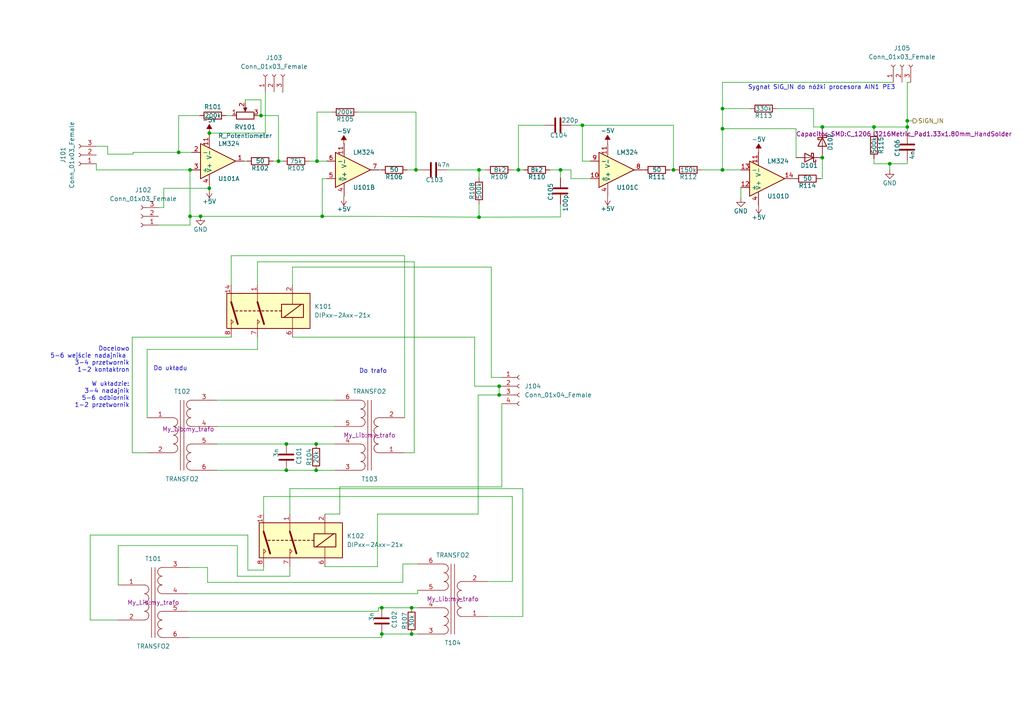
<source format=kicad_sch>
(kicad_sch (version 20211123) (generator eeschema)
  (paper "A4")
  (lib_symbols
    (symbol "Connector:Conn_01x03_Female" (pin_names (offset 1.016) hide)
      (property "Reference" "J" (at 0 5.08 0))
      (property "Value" "Conn_01x03_Female" (at 0 -5.08 0))
      (symbol "Conn_01x03_Female_1_1"
        (arc (start 0 -2.032) (mid -0.508 -2.54) (end 0 -3.048) (stroke (width 0.1524)))
        (polyline (pts (xy -1.27 -2.54) (xy -0.508 -2.54)) (stroke (width 0.1524)))
        (polyline (pts (xy -1.27 0) (xy -0.508 0)) (stroke (width 0.1524)))
        (polyline (pts (xy -1.27 2.54) (xy -0.508 2.54)) (stroke (width 0.1524)))
        (arc (start 0 0.508) (mid -0.508 0) (end 0 -0.508) (stroke (width 0.1524)))
        (arc (start 0 3.048) (mid -0.508 2.54) (end 0 2.032) (stroke (width 0.1524)))
        (pin passive line (at -5.08 2.54 0) (length 3.81) (name "Pin_1") (number "1"))
        (pin passive line (at -5.08 0 0) (length 3.81) (name "Pin_2") (number "2"))
        (pin passive line (at -5.08 -2.54 0) (length 3.81) (name "Pin_3") (number "3"))
      )
    )
    (symbol "Connector:Conn_01x04_Female" (pin_names (offset 1.016) hide)
      (property "Reference" "J" (at 0 5.08 0))
      (property "Value" "Conn_01x04_Female" (at 0 -7.62 0))
      (symbol "Conn_01x04_Female_1_1"
        (arc (start 0 -4.572) (mid -0.508 -5.08) (end 0 -5.588) (stroke (width 0.1524)))
        (arc (start 0 -2.032) (mid -0.508 -2.54) (end 0 -3.048) (stroke (width 0.1524)))
        (polyline (pts (xy -1.27 -5.08) (xy -0.508 -5.08)) (stroke (width 0.1524)))
        (polyline (pts (xy -1.27 -2.54) (xy -0.508 -2.54)) (stroke (width 0.1524)))
        (polyline (pts (xy -1.27 0) (xy -0.508 0)) (stroke (width 0.1524)))
        (polyline (pts (xy -1.27 2.54) (xy -0.508 2.54)) (stroke (width 0.1524)))
        (arc (start 0 0.508) (mid -0.508 0) (end 0 -0.508) (stroke (width 0.1524)))
        (arc (start 0 3.048) (mid -0.508 2.54) (end 0 2.032) (stroke (width 0.1524)))
        (pin passive line (at -5.08 2.54 0) (length 3.81) (name "Pin_1") (number "1"))
        (pin passive line (at -5.08 0 0) (length 3.81) (name "Pin_2") (number "2"))
        (pin passive line (at -5.08 -2.54 0) (length 3.81) (name "Pin_3") (number "3"))
        (pin passive line (at -5.08 -5.08 0) (length 3.81) (name "Pin_4") (number "4"))
      )
    )
    (symbol "Device:D_Schottky" (pin_numbers hide) (pin_names (offset 1.016) hide)
      (property "Reference" "D" (at 0 2.54 0))
      (property "Value" "D_Schottky" (at 0 -2.54 0))
      (symbol "D_Schottky_0_1"
        (polyline (pts (xy 1.27 0) (xy -1.27 0)))
        (polyline (pts (xy 1.27 1.27) (xy 1.27 -1.27) (xy -1.27 0) (xy 1.27 1.27)) (stroke (width 0.254)))
        (polyline (pts (xy -1.905 0.635) (xy -1.905 1.27) (xy -1.27 1.27) (xy -1.27 -1.27) (xy -0.635 -1.27) (xy -0.635 -0.635)) (stroke (width 0.254)))
      )
      (symbol "D_Schottky_1_1"
        (pin passive line (at -3.81 0 0) (length 2.54) (name "K") (number "1"))
        (pin passive line (at 3.81 0 180) (length 2.54) (name "A") (number "2"))
      )
    )
    (symbol "Device:R_Potentiometer" (pin_names (offset 1.016) hide)
      (property "Reference" "RV" (at -4.445 0 90))
      (property "Value" "R_Potentiometer" (at -2.54 0 90))
      (symbol "R_Potentiometer_0_1"
        (polyline (pts (xy 2.54 0) (xy 1.524 0)))
        (polyline (pts (xy 1.143 0) (xy 2.286 0.508) (xy 2.286 -0.508) (xy 1.143 0)) (fill (type outline)))
        (rectangle (start 1.016 2.54) (end -1.016 -2.54) (stroke (width 0.254)))
      )
      (symbol "R_Potentiometer_1_1"
        (pin passive line (at 0 3.81 270) (length 1.27) (name "1") (number "1"))
        (pin passive line (at 3.81 0 180) (length 1.27) (name "2") (number "2"))
        (pin passive line (at 0 -3.81 90) (length 1.27) (name "3") (number "3"))
      )
    )
    (symbol "Przep_ultra_calosc-rescue:+5V" (power) (pin_names (offset 0))
      (property "Value" "+5V" (at 0 3.556 0))
      (symbol "+5V_0_1"
        (polyline (pts (xy -0.762 1.27) (xy 0 2.54)))
        (polyline (pts (xy 0 0) (xy 0 2.54)))
        (polyline (pts (xy 0 2.54) (xy 0.762 1.27)))
      )
      (symbol "+5V_1_1"
        (pin power_in line (at 0 0 90) (length 0) hide (name "+5V") (number "1"))
      )
    )
    (symbol "Przep_ultra_calosc-rescue:-5V" (pin_names (offset 0))
      (property "Value" "-5V" (at 0 3.81 0))
      (symbol "-5V_0_0"
        (pin power_in line (at 0 0 90) (length 0) hide (name "-5V") (number "1"))
      )
      (symbol "-5V_0_1"
        (polyline (pts (xy 0 0) (xy 0 1.27) (xy 0.762 1.27) (xy 0 2.54) (xy -0.762 1.27) (xy 0 1.27)) (fill (type outline)))
      )
    )
    (symbol "Przep_ultra_calosc-rescue:C" (pin_numbers hide) (pin_names (offset 0.254))
      (property "Reference" "C" (at 0.635 2.54 0))
      (property "Value" "C" (at 0.635 -2.54 0))
      (symbol "C_0_1"
        (polyline (pts (xy -2.032 -0.762) (xy 2.032 -0.762)) (stroke (width 0.508)))
        (polyline (pts (xy -2.032 0.762) (xy 2.032 0.762)) (stroke (width 0.508)))
      )
      (symbol "C_1_1"
        (pin passive line (at 0 3.81 270) (length 2.794) (name "~") (number "1"))
        (pin passive line (at 0 -3.81 90) (length 2.794) (name "~") (number "2"))
      )
    )
    (symbol "Przep_ultra_calosc-rescue:GND" (power) (pin_names (offset 0))
      (property "Value" "GND" (at 0 -3.81 0))
      (symbol "GND_0_1"
        (polyline (pts (xy 0 0) (xy 0 -1.27) (xy 1.27 -1.27) (xy 0 -2.54) (xy -1.27 -1.27) (xy 0 -1.27)))
      )
      (symbol "GND_1_1"
        (pin power_in line (at 0 0 270) (length 0) hide (name "GND") (number "1"))
      )
    )
    (symbol "Przep_ultra_calosc-rescue:LM324"
      (property "Reference" "U" (at 0 5.08 0))
      (property "Value" "LM324" (at 0 -5.08 0))
      (symbol "LM324_0_1"
        (polyline (pts (xy -5.08 5.08) (xy 5.08 0) (xy -5.08 -5.08) (xy -5.08 5.08)) (stroke (width 0.254)) (fill (type background)))
        (pin power_in line (at -2.54 -7.62 90) (length 3.81) (name "V-") (number "11"))
        (pin power_in line (at -2.54 7.62 270) (length 3.81) (name "V+") (number "4"))
      )
      (symbol "LM324_1_1"
        (pin output line (at 7.62 0 180) (length 2.54) (name "~") (number "1"))
        (pin input line (at -7.62 -2.54 0) (length 2.54) (name "-") (number "2"))
        (pin input line (at -7.62 2.54 0) (length 2.54) (name "+") (number "3"))
      )
      (symbol "LM324_2_1"
        (pin input line (at -7.62 2.54 0) (length 2.54) (name "+") (number "5"))
        (pin input line (at -7.62 -2.54 0) (length 2.54) (name "-") (number "6"))
        (pin output line (at 7.62 0 180) (length 2.54) (name "~") (number "7"))
      )
      (symbol "LM324_3_1"
        (pin input line (at -7.62 2.54 0) (length 2.54) (name "+") (number "10"))
        (pin output line (at 7.62 0 180) (length 2.54) (name "~") (number "8"))
        (pin input line (at -7.62 -2.54 0) (length 2.54) (name "-") (number "9"))
      )
      (symbol "LM324_4_1"
        (pin input line (at -7.62 2.54 0) (length 2.54) (name "+") (number "12"))
        (pin input line (at -7.62 -2.54 0) (length 2.54) (name "-") (number "13"))
        (pin output line (at 7.62 0 180) (length 2.54) (name "~") (number "14"))
      )
    )
    (symbol "Przep_ultra_calosc-rescue:R" (pin_numbers hide) (pin_names (offset 0))
      (property "Reference" "R" (at 2.032 0 90))
      (property "Value" "R" (at 0 0 90))
      (symbol "R_0_1"
        (rectangle (start -1.016 -2.54) (end 1.016 2.54) (stroke (width 0.254)))
      )
      (symbol "R_1_1"
        (pin passive line (at 0 3.81 270) (length 1.27) (name "~") (number "1"))
        (pin passive line (at 0 -3.81 90) (length 1.27) (name "~") (number "2"))
      )
    )
    (symbol "Przep_ultra_calosc-rescue:TRANSFO2" (pin_names (offset 1.016) hide)
      (property "Reference" "T" (at 0 12.7 0))
      (property "Value" "TRANSFO2" (at 0 -12.7 0))
      (symbol "TRANSFO2_0_1"
        (arc (start -2.54 -5.0546) (mid -1.6561 -4.6863) (end -1.27 -3.81))
        (arc (start -2.54 -2.5146) (mid -1.6561 -2.1463) (end -1.27 -1.27))
        (arc (start -2.54 0.0254) (mid -1.6561 0.3937) (end -1.27 1.27))
        (arc (start -2.54 2.5654) (mid -1.6561 2.9337) (end -1.27 3.81))
        (arc (start -1.27 -3.81) (mid -1.642 -2.912) (end -2.54 -2.54))
        (arc (start -1.27 -1.27) (mid -1.642 -0.372) (end -2.54 0))
        (arc (start -1.27 1.27) (mid -1.642 2.168) (end -2.54 2.54))
        (arc (start -1.27 3.81) (mid -1.642 4.708) (end -2.54 5.08))
        (polyline (pts (xy -0.508 -10.16) (xy -0.508 10.16)))
        (polyline (pts (xy 0.508 10.16) (xy 0.508 -10.16)))
        (arc (start 1.2954 -8.89) (mid 1.6599 -9.7701) (end 2.54 -10.1346))
        (arc (start 1.2954 -6.35) (mid 1.6599 -7.2301) (end 2.54 -7.5946))
        (arc (start 1.2954 -3.81) (mid 1.6599 -4.6901) (end 2.54 -5.0546))
        (arc (start 1.2954 3.81) (mid 1.6599 2.9299) (end 2.54 2.5654))
        (arc (start 1.2954 6.35) (mid 1.6599 5.4699) (end 2.54 5.1054))
        (arc (start 1.2954 8.89) (mid 1.6599 8.0099) (end 2.54 7.6454))
        (arc (start 2.54 -7.62) (mid 1.6456 -7.9883) (end 1.2954 -8.89))
        (arc (start 2.54 -5.08) (mid 1.6456 -5.4483) (end 1.2954 -6.35))
        (arc (start 2.54 -2.54) (mid 1.6456 -2.9083) (end 1.2954 -3.81))
        (arc (start 2.54 5.08) (mid 1.6456 4.7117) (end 1.2954 3.81))
        (arc (start 2.54 7.62) (mid 1.6456 7.2517) (end 1.2954 6.35))
        (arc (start 2.54 10.16) (mid 1.6456 9.7917) (end 1.2954 8.89))
      )
      (symbol "TRANSFO2_1_1"
        (pin passive line (at -10.16 5.08 0) (length 7.62) (name "AA") (number "1"))
        (pin passive line (at -10.16 -5.08 0) (length 7.62) (name "AB") (number "2"))
        (pin passive line (at 10.16 10.16 180) (length 7.62) (name "SA") (number "3"))
        (pin passive line (at 10.16 2.54 180) (length 7.62) (name "SB") (number "4"))
        (pin passive line (at 10.16 -2.54 180) (length 7.62) (name "SC") (number "5"))
        (pin passive line (at 10.16 -10.16 180) (length 7.62) (name "SD") (number "6"))
      )
    )
    (symbol "Relay:DIPxx-2Axx-21x"
      (property "Reference" "K" (at 12.7 3.81 0))
      (property "Value" "DIPxx-2Axx-21x" (at 12.7 1.27 0))
      (symbol "DIPxx-2Axx-21x_0_0"
        (polyline (pts (xy 2.54 5.08) (xy 2.54 2.54) (xy 1.905 3.175) (xy 2.54 3.81)))
        (polyline (pts (xy 10.16 5.08) (xy 10.16 2.54) (xy 9.525 3.175) (xy 10.16 3.81)))
      )
      (symbol "DIPxx-2Axx-21x_0_1"
        (rectangle (start -12.7 5.08) (end 11.43 -5.08) (stroke (width 0.254)) (fill (type background)))
        (rectangle (start -10.795 1.905) (end -4.445 -1.905) (stroke (width 0.254)))
        (polyline (pts (xy -10.16 -1.905) (xy -5.08 1.905)) (stroke (width 0.254)))
        (polyline (pts (xy -7.62 -5.08) (xy -7.62 -1.905)))
        (polyline (pts (xy -7.62 5.08) (xy -7.62 1.905)))
        (polyline (pts (xy -4.445 0) (xy -3.81 0)) (stroke (width 0.254)))
        (polyline (pts (xy -3.175 0) (xy -2.54 0)) (stroke (width 0.254)))
        (polyline (pts (xy -1.905 0) (xy -1.27 0)) (stroke (width 0.254)))
        (polyline (pts (xy -0.635 0) (xy 0 0)) (stroke (width 0.254)))
        (polyline (pts (xy 0.635 0) (xy 1.27 0)) (stroke (width 0.254)))
        (polyline (pts (xy 1.905 0) (xy 2.54 0)) (stroke (width 0.254)))
        (polyline (pts (xy 2.54 -2.54) (xy 0.635 3.81)) (stroke (width 0.508)))
        (polyline (pts (xy 2.54 -2.54) (xy 2.54 -5.08)))
        (polyline (pts (xy 3.175 0) (xy 3.81 0)) (stroke (width 0.254)))
        (polyline (pts (xy 4.445 0) (xy 5.08 0)) (stroke (width 0.254)))
        (polyline (pts (xy 5.715 0) (xy 6.35 0)) (stroke (width 0.254)))
        (polyline (pts (xy 6.985 0) (xy 7.62 0)) (stroke (width 0.254)))
        (polyline (pts (xy 8.255 0) (xy 8.89 0)) (stroke (width 0.254)))
        (polyline (pts (xy 10.16 -2.54) (xy 8.255 3.81)) (stroke (width 0.508)))
        (polyline (pts (xy 10.16 -2.54) (xy 10.16 -5.08)))
      )
      (symbol "DIPxx-2Axx-21x_1_1"
        (pin passive line (at 2.54 -7.62 90) (length 2.54) (name "~") (number "1"))
        (pin passive line (at 10.16 -7.62 90) (length 2.54) (name "~") (number "14"))
        (pin passive line (at -7.62 -7.62 90) (length 2.54) (name "~") (number "2"))
        (pin passive line (at -7.62 7.62 270) (length 2.54) (name "~") (number "6"))
        (pin passive line (at 2.54 7.62 270) (length 2.54) (name "~") (number "7"))
        (pin passive line (at 10.16 7.62 270) (length 2.54) (name "~") (number "8"))
      )
    )
  )
  (junction (at 58.166 62.738))
  (junction (at 55.118 49.276))
  (junction (at 91.694 128.778))
  (junction (at 150.368 49.276))
  (junction (at 238.506 45.72))
  (junction (at 263.144 36.83))
  (junction (at 110.744 176.276))
  (junction (at 91.948 46.736))
  (junction (at 55.118 62.738))
  (junction (at 238.506 36.83))
  (junction (at 60.706 38.608))
  (junction (at 162.56 49.276))
  (junction (at 119.38 183.896))
  (junction (at 138.938 49.276))
  (junction (at 144.78 114.554))
  (junction (at 83.058 136.398))
  (junction (at 258.064 47.498))
  (junction (at 209.55 37.338))
  (junction (at 168.91 36.322))
  (junction (at 51.816 44.196))
  (junction (at 120.65 49.276))
  (junction (at 209.55 49.276))
  (junction (at 60.706 54.61))
  (junction (at 83.058 128.778))
  (junction (at 263.144 35.052))
  (junction (at 80.772 46.736))
  (junction (at 110.744 183.896))
  (junction (at 253.492 36.83))
  (junction (at 75.692 33.528))
  (junction (at 91.694 136.398))
  (junction (at 93.472 62.738))
  (junction (at 144.78 112.014))
  (junction (at 138.938 62.992))
  (junction (at 195.326 49.276))
  (junction (at 209.55 31.496))
  (junction (at 119.38 176.276))
  (wire (pts (xy 84.836 82.55) (xy 84.836 77.47)))
  (wire (pts (xy 238.506 36.83) (xy 235.966 36.83)))
  (wire (pts (xy 150.368 49.276) (xy 151.892 49.276)))
  (wire (pts (xy 58.166 62.738) (xy 93.472 62.738)))
  (wire (pts (xy 263.144 35.052) (xy 263.144 36.83)))
  (wire (pts (xy 76.454 149.098) (xy 76.454 144.018)))
  (wire (pts (xy 150.368 36.322) (xy 150.368 49.276)))
  (wire (pts (xy 60.706 39.116) (xy 60.706 38.608)))
  (wire (pts (xy 238.506 45.72) (xy 238.506 51.816)))
  (wire (pts (xy 89.662 46.736) (xy 91.948 46.736)))
  (wire (pts (xy 67.056 97.79) (xy 38.354 97.79)))
  (wire (pts (xy 27.94 49.276) (xy 27.94 47.498)))
  (wire (pts (xy 62.992 116.078) (xy 97.028 116.078)))
  (wire (pts (xy 104.648 62.738) (xy 138.938 62.992)))
  (wire (pts (xy 74.676 75.946) (xy 120.142 75.946)))
  (wire (pts (xy 263.144 47.498) (xy 263.144 46.482)))
  (wire (pts (xy 68.834 167.132) (xy 84.074 167.132)))
  (wire (pts (xy 186.436 49.276) (xy 186.69 49.276)))
  (wire (pts (xy 26.162 155.194) (xy 26.162 179.832)))
  (wire (pts (xy 168.91 36.322) (xy 195.326 36.322)))
  (wire (pts (xy 42.672 121.158) (xy 42.672 101.346)))
  (wire (pts (xy 80.772 46.736) (xy 79.248 46.736)))
  (wire (pts (xy 238.506 44.958) (xy 238.506 45.72)))
  (wire (pts (xy 138.938 51.562) (xy 138.938 49.276)))
  (wire (pts (xy 159.512 49.276) (xy 162.56 49.276)))
  (wire (pts (xy 38.354 97.79) (xy 38.354 131.318)))
  (wire (pts (xy 91.948 46.736) (xy 94.742 46.736)))
  (wire (pts (xy 253.492 47.498) (xy 258.064 47.498)))
  (wire (pts (xy 38.354 131.318) (xy 42.672 131.318)))
  (wire (pts (xy 118.11 49.276) (xy 120.65 49.276)))
  (wire (pts (xy 162.56 49.276) (xy 165.608 49.276)))
  (wire (pts (xy 109.982 49.276) (xy 110.49 49.276)))
  (wire (pts (xy 103.886 32.512) (xy 120.65 32.512)))
  (wire (pts (xy 75.692 28.956) (xy 75.692 33.528)))
  (wire (pts (xy 97.028 128.778) (xy 91.694 128.778)))
  (wire (pts (xy 121.158 172.212) (xy 121.158 171.196)))
  (wire (pts (xy 151.638 178.816) (xy 141.478 178.816)))
  (wire (pts (xy 230.886 45.72) (xy 230.886 37.338)))
  (wire (pts (xy 209.55 37.338) (xy 209.55 31.496)))
  (wire (pts (xy 145.542 141.224) (xy 145.542 117.094)))
  (wire (pts (xy 54.61 184.912) (xy 110.744 184.912)))
  (wire (pts (xy 121.158 176.276) (xy 119.38 176.276)))
  (wire (pts (xy 99.822 56.896) (xy 99.7204 57.0738)))
  (wire (pts (xy 148.59 168.656) (xy 141.478 168.656)))
  (wire (pts (xy 148.59 49.276) (xy 150.368 49.276)))
  (wire (pts (xy 96.266 32.512) (xy 91.948 32.512)))
  (wire (pts (xy 51.816 33.528) (xy 57.912 33.528)))
  (wire (pts (xy 93.472 51.816) (xy 93.472 62.738)))
  (wire (pts (xy 55.118 62.738) (xy 58.166 62.738)))
  (wire (pts (xy 116.84 168.91) (xy 116.84 163.576)))
  (wire (pts (xy 129.54 49.276) (xy 138.938 49.276)))
  (wire (pts (xy 67.056 82.55) (xy 67.056 74.168)))
  (wire (pts (xy 55.118 65.278) (xy 55.118 62.738)))
  (wire (pts (xy 94.234 164.338) (xy 109.474 164.338)))
  (wire (pts (xy 60.198 168.91) (xy 116.84 168.91)))
  (wire (pts (xy 71.12 28.956) (xy 75.692 28.956)))
  (wire (pts (xy 34.29 179.832) (xy 26.162 179.832)))
  (wire (pts (xy 70.866 46.736) (xy 71.628 46.736)))
  (wire (pts (xy 165.608 36.322) (xy 168.91 36.322)))
  (wire (pts (xy 74.93 33.528) (xy 75.692 33.528)))
  (wire (pts (xy 238.506 37.338) (xy 238.506 36.83)))
  (wire (pts (xy 91.694 136.398) (xy 83.058 136.398)))
  (wire (pts (xy 62.992 136.398) (xy 83.058 136.398)))
  (wire (pts (xy 68.834 158.242) (xy 68.834 167.132)))
  (wire (pts (xy 80.772 46.736) (xy 82.042 46.736)))
  (wire (pts (xy 84.074 141.732) (xy 84.074 149.098)))
  (wire (pts (xy 60.198 164.592) (xy 60.198 168.91)))
  (wire (pts (xy 176.276 41.656) (xy 176.2252 41.7322)))
  (wire (pts (xy 110.744 184.912) (xy 110.744 183.896)))
  (wire (pts (xy 209.55 49.276) (xy 209.55 37.338)))
  (wire (pts (xy 31.242 44.704) (xy 31.242 42.418)))
  (wire (pts (xy 258.064 47.498) (xy 258.064 49.276)))
  (wire (pts (xy 71.882 155.194) (xy 26.162 155.194)))
  (wire (pts (xy 27.94 49.276) (xy 55.118 49.276)))
  (wire (pts (xy 117.348 74.168) (xy 117.348 121.158)))
  (wire (pts (xy 142.494 77.47) (xy 142.494 109.474)))
  (wire (pts (xy 65.532 33.528) (xy 67.31 33.528)))
  (wire (pts (xy 51.816 33.528) (xy 51.816 44.196)))
  (wire (pts (xy 81.788 26.67) (xy 82.042 26.67)))
  (wire (pts (xy 75.692 33.528) (xy 80.772 33.528)))
  (wire (pts (xy 119.38 176.276) (xy 110.744 176.276)))
  (wire (pts (xy 263.144 23.876) (xy 264.16 23.876)))
  (wire (pts (xy 76.454 165.354) (xy 71.882 165.354)))
  (wire (pts (xy 74.676 75.946) (xy 74.676 82.55)))
  (wire (pts (xy 209.55 23.876) (xy 209.55 31.496)))
  (wire (pts (xy 80.772 33.528) (xy 80.772 46.736)))
  (wire (pts (xy 230.886 37.338) (xy 209.55 37.338)))
  (wire (pts (xy 230.124 51.816) (xy 230.378 51.816)))
  (wire (pts (xy 194.31 49.276) (xy 195.326 49.276)))
  (wire (pts (xy 55.626 49.276) (xy 55.118 49.276)))
  (wire (pts (xy 42.672 101.346) (xy 74.676 101.346)))
  (wire (pts (xy 151.638 141.732) (xy 84.074 141.732)))
  (wire (pts (xy 99.822 41.656) (xy 99.7204 41.8338)))
  (wire (pts (xy 71.882 165.354) (xy 71.882 155.194)))
  (wire (pts (xy 235.966 36.83) (xy 235.966 31.496)))
  (wire (pts (xy 47.498 60.198) (xy 45.974 60.198)))
  (wire (pts (xy 31.242 42.418) (xy 27.94 42.418)))
  (wire (pts (xy 60.706 54.61) (xy 60.706 54.864)))
  (wire (pts (xy 259.08 23.876) (xy 209.55 23.876)))
  (wire (pts (xy 144.78 112.014) (xy 145.542 112.014)))
  (wire (pts (xy 137.668 97.79) (xy 137.668 112.014)))
  (wire (pts (xy 60.706 54.356) (xy 60.706 54.61)))
  (wire (pts (xy 119.38 183.896) (xy 110.744 183.896)))
  (wire (pts (xy 253.492 45.974) (xy 253.492 47.498)))
  (wire (pts (xy 91.694 128.778) (xy 83.058 128.778)))
  (wire (pts (xy 84.836 77.47) (xy 142.494 77.47)))
  (wire (pts (xy 54.61 164.592) (xy 60.198 164.592)))
  (wire (pts (xy 98.552 149.098) (xy 98.552 141.224)))
  (wire (pts (xy 148.59 144.018) (xy 148.59 168.656)))
  (wire (pts (xy 144.78 114.554) (xy 145.542 114.554)))
  (wire (pts (xy 121.158 183.896) (xy 119.38 183.896)))
  (wire (pts (xy 54.61 177.292) (xy 109.728 177.292)))
  (wire (pts (xy 138.938 62.992) (xy 162.56 62.9158)))
  (wire (pts (xy 94.234 149.098) (xy 98.552 149.098)))
  (wire (pts (xy 76.454 164.338) (xy 76.454 165.354)))
  (wire (pts (xy 263.144 23.876) (xy 263.144 35.052)))
  (wire (pts (xy 117.348 131.318) (xy 120.142 131.318)))
  (wire (pts (xy 142.494 109.474) (xy 145.542 109.474)))
  (wire (pts (xy 138.938 49.276) (xy 140.97 49.276)))
  (wire (pts (xy 151.638 141.732) (xy 151.638 178.816)))
  (wire (pts (xy 120.142 75.946) (xy 120.142 131.318)))
  (wire (pts (xy 209.55 49.276) (xy 214.884 49.276)))
  (wire (pts (xy 97.028 136.398) (xy 91.694 136.398)))
  (wire (pts (xy 60.706 38.608) (xy 76.962 38.608)))
  (wire (pts (xy 84.836 97.79) (xy 137.668 97.79)))
  (wire (pts (xy 47.498 54.61) (xy 47.498 60.198)))
  (wire (pts (xy 91.948 32.512) (xy 91.948 46.736)))
  (wire (pts (xy 195.326 36.322) (xy 195.326 49.276)))
  (wire (pts (xy 51.816 44.196) (xy 55.626 44.196)))
  (wire (pts (xy 84.074 167.132) (xy 84.074 164.338)))
  (wire (pts (xy 137.668 112.014) (xy 144.78 112.014)))
  (wire (pts (xy 219.964 59.436) (xy 220.0402 59.4868)))
  (wire (pts (xy 67.056 74.168) (xy 117.348 74.168)))
  (wire (pts (xy 238.506 36.83) (xy 253.492 36.83)))
  (wire (pts (xy 60.706 54.61) (xy 47.498 54.61)))
  (wire (pts (xy 31.242 44.704) (xy 38.608 44.704)))
  (wire (pts (xy 93.472 62.738) (xy 104.648 62.738)))
  (wire (pts (xy 235.966 31.496) (xy 225.298 31.496)))
  (wire (pts (xy 209.55 31.496) (xy 217.678 31.496)))
  (wire (pts (xy 51.816 44.196) (xy 38.608 44.196)))
  (wire (pts (xy 74.676 101.346) (xy 74.676 97.79)))
  (wire (pts (xy 263.144 36.83) (xy 263.144 38.862)))
  (wire (pts (xy 120.65 49.276) (xy 121.92 49.276)))
  (wire (pts (xy 38.608 44.196) (xy 38.608 44.704)))
  (wire (pts (xy 168.91 46.736) (xy 168.91 36.322)))
  (wire (pts (xy 203.454 49.276) (xy 209.55 49.276)))
  (wire (pts (xy 116.84 163.576) (xy 121.158 163.576)))
  (wire (pts (xy 253.492 36.83) (xy 263.144 36.83)))
  (wire (pts (xy 109.728 177.292) (xy 109.728 176.276)))
  (wire (pts (xy 263.144 35.052) (xy 264.795 35.052)))
  (wire (pts (xy 109.728 176.276) (xy 110.744 176.276)))
  (wire (pts (xy 109.474 164.338) (xy 109.474 149.098)))
  (wire (pts (xy 165.608 51.816) (xy 165.608 49.276)))
  (wire (pts (xy 34.29 169.672) (xy 34.29 158.242)))
  (wire (pts (xy 253.492 38.354) (xy 253.492 36.83)))
  (wire (pts (xy 162.56 62.9158) (xy 162.56 59.182)))
  (wire (pts (xy 76.454 144.018) (xy 148.59 144.018)))
  (wire (pts (xy 45.974 65.278) (xy 55.118 65.278)))
  (wire (pts (xy 138.684 149.098) (xy 138.684 114.554)))
  (wire (pts (xy 237.998 51.816) (xy 238.506 51.816)))
  (wire (pts (xy 214.884 54.356) (xy 214.884 57.404)))
  (wire (pts (xy 109.474 149.098) (xy 138.684 149.098)))
  (wire (pts (xy 94.742 51.816) (xy 93.472 51.816)))
  (wire (pts (xy 138.938 59.182) (xy 138.938 62.992)))
  (wire (pts (xy 219.964 44.196) (xy 220.0402 44.2468)))
  (wire (pts (xy 54.61 172.212) (xy 121.158 172.212)))
  (wire (pts (xy 34.29 158.242) (xy 68.834 158.242)))
  (wire (pts (xy 144.78 112.014) (xy 144.78 114.554)))
  (wire (pts (xy 62.992 128.778) (xy 83.058 128.778)))
  (wire (pts (xy 98.552 141.224) (xy 145.542 141.224)))
  (wire (pts (xy 150.368 36.322) (xy 157.988 36.322)))
  (wire (pts (xy 171.196 51.816) (xy 165.608 51.816)))
  (wire (pts (xy 138.684 114.554) (xy 144.78 114.554)))
  (wire (pts (xy 176.276 56.896) (xy 176.2252 56.9722)))
  (wire (pts (xy 195.326 49.276) (xy 195.834 49.276)))
  (wire (pts (xy 62.992 123.698) (xy 97.028 123.698)))
  (wire (pts (xy 76.962 38.608) (xy 76.962 26.67)))
  (wire (pts (xy 171.196 46.736) (xy 168.91 46.736)))
  (wire (pts (xy 162.56 49.276) (xy 162.56 51.562)))
  (wire (pts (xy 55.118 49.276) (xy 55.118 62.738)))
  (wire (pts (xy 120.65 32.512) (xy 120.65 49.276)))
  (wire (pts (xy 71.12 29.718) (xy 71.12 28.956)))
  (wire (pts (xy 258.064 47.498) (xy 263.144 47.498)))
  (text "Do trafo" (at 112.268 108.458 180) (effects (font (size 1.27 1.27)) (justify right bottom)))
  (text "Docelowo\n5-6 wejście nadajnika \n3-4 przetwornik\n1-2 kontaktron\n\nW układzie:\n3-4 nadajnik\n5-6 odbiornik\n1-2 przetwornik" (at 37.592 118.364 0) (effects (font (size 1.27 1.27)) (justify right bottom)))
  (text "Do układu" (at 54.356 107.696 180) (effects (font (size 1.27 1.27)) (justify right bottom)))
  (text "Sygnał SIG_IN do nóżki procesora AIN1 PE3 " (at 216.916 26.162 0) (effects (font (size 1.27 1.27)) (justify left bottom)))
  (hierarchical_label "SIGN_IN" (shape output) (at 264.795 35.052 0))
  (symbol (lib_id "Przep_ultra_calosc-rescue:C") (at 83.058 132.588 180) (unit 1)
    (property "Reference" "C101" (at 86.6902 129.667 90) (effects (justify left)))
    (property "Value" "3n" (at 80.0862 130.0734 90) (effects (justify left)))
    (property "Footprint" "Capacitor_SMD:C_1206_3216Metric_Pad1.33x1.80mm_HandSolder" (effects hide))
  )
  (symbol (lib_id "Przep_ultra_calosc-rescue:R") (at 155.702 49.276 270) (unit 1)
    (property "Reference" "R110" (at 155.702 51.308 90))
    (property "Value" "8k2" (at 155.702 49.276 90))
    (property "Footprint" "Resistor_SMD:R_1206_3216Metric_Pad1.30x1.75mm_HandSolder" (effects hide))
  )
  (symbol (lib_id "Przep_ultra_calosc-rescue:C") (at 161.798 36.322 270) (unit 1)
    (property "Reference" "C104" (at 159.512 39.2176 90) (effects (justify left)))
    (property "Value" "220p" (at 162.814 34.8742 90) (effects (justify left)))
    (property "Footprint" "Capacitor_SMD:C_1206_3216Metric_Pad1.33x1.80mm_HandSolder" (effects hide))
  )
  (symbol (lib_id "Connector:Conn_01x04_Female") (at 150.622 112.014 0) (unit 1)
    (property "Reference" "J104" (at 152.146 112.0139 0) (effects (justify left)))
    (property "Value" "Conn_01x04_Female" (at 152.146 114.5539 0) (effects (justify left)))
    (property "Footprint" "Connector_PinHeader_2.54mm:PinHeader_1x04_P2.54mm_Vertical" (effects hide))
  )
  (symbol (lib_id "Przep_ultra_calosc-rescue:LM324") (at 178.816 49.276 0) (mirror x) (unit 3)
    (property "Reference" "U101" (at 178.816 54.356 0) (effects (justify left)))
    (property "Value" "LM324" (at 178.816 44.196 0) (effects (justify left)))
    (property "Footprint" "Package_SO:SOIC-14_3.9x8.7mm_P1.27mm" (effects hide))
  )
  (symbol (lib_id "Device:D_Schottky") (at 234.696 45.72 180) (unit 1)
    (property "Reference" "D101" (at 234.696 48.006 0))
    (property "Value" "D_Schottky" (effects hide))
    (property "Footprint" "Diode_SMD:D_MELF_Handsoldering" (effects hide))
  )
  (symbol (lib_id "Przep_ultra_calosc-rescue:TRANSFO2") (at 52.832 126.238 0) (unit 1)
    (property "Reference" "T102" (at 52.832 113.538 0))
    (property "Value" "TRANSFO2" (at 52.832 138.938 0))
    (property "Footprint" "My_Lib:my_trafo" (at 54.61 124.46 0))
  )
  (symbol (lib_id "Przep_ultra_calosc-rescue:+5V") (at 176.2252 56.9722 0) (mirror x) (unit 1)
    (property "Reference" "#PWR0107" (effects hide))
    (property "Value" "+5V" (at 176.2252 60.5282 0))
  )
  (symbol (lib_id "Przep_ultra_calosc-rescue:-5V") (at 60.706 38.608 0) (unit 1)
    (property "Reference" "#PWR102" (effects hide))
    (property "Value" "-5V" (at 60.706 34.798 0))
  )
  (symbol (lib_id "Relay:DIPxx-2Axx-21x") (at 77.216 90.17 180) (unit 1)
    (property "Reference" "K101" (at 91.186 88.8999 0) (effects (justify right)))
    (property "Value" "DIPxx-2Axx-21x" (at 91.186 91.4399 0) (effects (justify right)))
    (property "Footprint" "Relay_THT:Relay_StandexMeder_DIP_LowProfile" (effects hide))
    (property "Datasheet" "https://standexelectronics.com/wp-content/uploads/datasheet_reed_relay_DIP.pdf" (effects hide))
  )
  (symbol (lib_id "Przep_ultra_calosc-rescue:TRANSFO2") (at 44.45 174.752 0) (unit 1)
    (property "Reference" "T101" (at 44.45 162.052 0))
    (property "Value" "TRANSFO2" (at 44.45 187.452 0))
    (property "Footprint" "My_Lib:my_trafo" (at 44.45 174.752 0))
  )
  (symbol (lib_id "Przep_ultra_calosc-rescue:GND") (at 58.166 62.738 0) (unit 1)
    (property "Reference" "#PWR0101" (effects hide))
    (property "Value" "GND" (at 58.166 66.548 0))
  )
  (symbol (lib_id "Przep_ultra_calosc-rescue:+5V") (at 99.7204 57.0738 0) (mirror x) (unit 1)
    (property "Reference" "#PWR0105" (effects hide))
    (property "Value" "+5V" (at 99.7204 60.6298 0))
  )
  (symbol (lib_id "Przep_ultra_calosc-rescue:GND") (at 214.884 57.404 0) (unit 1)
    (property "Reference" "#PWR0108" (effects hide))
    (property "Value" "GND" (at 214.884 61.214 0))
  )
  (symbol (lib_id "Device:R_Potentiometer") (at 71.12 33.528 90) (unit 1)
    (property "Reference" "RV101" (at 71.12 36.83 90))
    (property "Value" "R_Potentiometer" (at 71.12 39.37 90))
    (property "Footprint" "Potentiometer_THT:Potentiometer_Bourns_3296W_Vertical" (effects hide))
  )
  (symbol (lib_id "Przep_ultra_calosc-rescue:TRANSFO2") (at 107.188 126.238 180) (unit 1)
    (property "Reference" "T103" (at 107.188 138.938 0))
    (property "Value" "TRANSFO2" (at 107.188 113.538 0))
    (property "Footprint" "My_Lib:my_trafo" (at 107.188 126.238 0))
  )
  (symbol (lib_id "Connector:Conn_01x03_Female") (at 79.502 21.59 90) (unit 1)
    (property "Reference" "J103" (at 79.502 16.764 90))
    (property "Value" "Conn_01x03_Female" (at 79.502 19.304 90))
    (property "Footprint" "Connector_PinHeader_2.54mm:PinHeader_1x03_P2.54mm_Vertical" (effects hide))
  )
  (symbol (lib_id "Przep_ultra_calosc-rescue:R") (at 253.492 42.164 0) (unit 1)
    (property "Reference" "R115" (at 255.524 42.164 90))
    (property "Value" "500k" (at 253.492 42.164 90))
    (property "Footprint" "Resistor_SMD:R_1206_3216Metric_Pad1.30x1.75mm_HandSolder" (effects hide))
  )
  (symbol (lib_id "Przep_ultra_calosc-rescue:+5V") (at 60.706 54.864 0) (mirror x) (unit 1)
    (property "Reference" "#PWR0103" (effects hide))
    (property "Value" "+5V" (at 60.706 58.42 0))
  )
  (symbol (lib_id "Przep_ultra_calosc-rescue:LM324") (at 222.504 51.816 0) (mirror x) (unit 4)
    (property "Reference" "U101" (at 222.504 56.896 0) (effects (justify left)))
    (property "Value" "LM324" (at 222.504 46.736 0) (effects (justify left)))
    (property "Footprint" "Package_SO:SOIC-14_3.9x8.7mm_P1.27mm" (effects hide))
  )
  (symbol (lib_id "Przep_ultra_calosc-rescue:R") (at 221.488 31.496 270) (unit 1)
    (property "Reference" "R113" (at 221.488 33.528 90))
    (property "Value" "330k" (at 221.488 31.496 90))
    (property "Footprint" "Resistor_SMD:R_1206_3216Metric_Pad1.30x1.75mm_HandSolder" (effects hide))
  )
  (symbol (lib_id "Przep_ultra_calosc-rescue:R") (at 91.694 132.588 180) (unit 1)
    (property "Reference" "R104" (at 89.662 132.588 90))
    (property "Value" "20k" (at 91.694 132.588 90))
    (property "Footprint" "Resistor_SMD:R_1206_3216Metric_Pad1.30x1.75mm_HandSolder" (effects hide))
  )
  (symbol (lib_id "Przep_ultra_calosc-rescue:LM324") (at 63.246 46.736 0) (mirror x) (unit 1)
    (property "Reference" "U101" (at 63.246 51.816 0) (effects (justify left)))
    (property "Value" "LM324" (at 63.246 41.656 0) (effects (justify left)))
    (property "Footprint" "Package_SO:SOIC-14_3.9x8.7mm_P1.27mm" (effects hide))
  )
  (symbol (lib_id "Przep_ultra_calosc-rescue:C") (at 162.56 55.372 180) (unit 1)
    (property "Reference" "C105" (at 159.6644 53.086 90) (effects (justify left)))
    (property "Value" "100p" (at 164.0078 56.388 90) (effects (justify left)))
    (property "Footprint" "Capacitor_SMD:C_1206_3216Metric_Pad1.33x1.80mm_HandSolder" (effects hide))
  )
  (symbol (lib_id "Przep_ultra_calosc-rescue:R") (at 75.438 46.736 270) (unit 1)
    (property "Reference" "R102" (at 75.438 48.768 90))
    (property "Value" "50" (at 75.4634 46.6852 90))
    (property "Footprint" "Resistor_SMD:R_1206_3216Metric_Pad1.30x1.75mm_HandSolder" (effects hide))
  )
  (symbol (lib_id "Relay:DIPxx-2Axx-21x") (at 86.614 156.718 180) (unit 1)
    (property "Reference" "K102" (at 100.584 155.4479 0) (effects (justify right)))
    (property "Value" "DIPxx-2Axx-21x" (at 100.584 157.9879 0) (effects (justify right)))
    (property "Footprint" "Relay_THT:Relay_StandexMeder_DIP_LowProfile" (effects hide))
    (property "Datasheet" "https://standexelectronics.com/wp-content/uploads/datasheet_reed_relay_DIP.pdf" (effects hide))
  )
  (symbol (lib_id "Device:D_Schottky") (at 238.506 41.148 270) (unit 1)
    (property "Reference" "D102" (at 240.792 41.148 0))
    (property "Value" "D_Schottky" (effects hide))
    (property "Footprint" "Diode_SMD:D_MELF_Handsoldering" (effects hide))
  )
  (symbol (lib_id "Przep_ultra_calosc-rescue:+5V") (at 220.0402 59.4868 0) (mirror x) (unit 1)
    (property "Reference" "#PWR0110" (effects hide))
    (property "Value" "+5V" (at 220.0402 63.0428 0))
  )
  (symbol (lib_id "Przep_ultra_calosc-rescue:R") (at 138.938 55.372 180) (unit 1)
    (property "Reference" "R108" (at 136.906 55.372 90))
    (property "Value" "500k" (at 138.938 55.372 90))
    (property "Footprint" "Resistor_SMD:R_1206_3216Metric_Pad1.30x1.75mm_HandSolder" (effects hide))
  )
  (symbol (lib_id "Przep_ultra_calosc-rescue:LM324") (at 102.362 49.276 0) (mirror x) (unit 2)
    (property "Reference" "U101" (at 102.362 54.356 0) (effects (justify left)))
    (property "Value" "LM324" (at 102.362 44.196 0) (effects (justify left)))
    (property "Footprint" "Package_SO:SOIC-14_3.9x8.7mm_P1.27mm" (effects hide))
  )
  (symbol (lib_id "Przep_ultra_calosc-rescue:R") (at 61.722 33.528 270) (unit 1)
    (property "Reference" "R101" (at 61.722 30.988 90))
    (property "Value" "200k" (at 61.722 33.528 90))
    (property "Footprint" "Resistor_SMD:R_1206_3216Metric_Pad1.30x1.75mm_HandSolder" (effects hide))
  )
  (symbol (lib_id "Przep_ultra_calosc-rescue:R") (at 199.644 49.276 270) (unit 1)
    (property "Reference" "R112" (at 199.644 51.308 90))
    (property "Value" "150k" (at 199.644 49.276 90))
    (property "Footprint" "Resistor_SMD:R_1206_3216Metric_Pad1.30x1.75mm_HandSolder" (effects hide))
  )
  (symbol (lib_id "Connector:Conn_01x03_Female") (at 261.62 18.796 90) (unit 1)
    (property "Reference" "J105" (at 261.62 13.97 90))
    (property "Value" "Conn_01x03_Female" (at 261.62 16.51 90))
    (property "Footprint" "Connector_PinHeader_2.54mm:PinHeader_1x03_P2.54mm_Vertical" (effects hide))
  )
  (symbol (lib_id "Przep_ultra_calosc-rescue:R") (at 234.188 51.816 270) (unit 1)
    (property "Reference" "R114" (at 234.188 53.848 90))
    (property "Value" "50" (at 234.2134 51.7652 90))
    (property "Footprint" "Resistor_SMD:R_1206_3216Metric_Pad1.30x1.75mm_HandSolder" (effects hide))
  )
  (symbol (lib_id "Przep_ultra_calosc-rescue:C") (at 263.144 42.672 180) (unit 1)
    (property "Reference" "C106" (at 260.2484 40.386 90) (effects (justify left)))
    (property "Value" "4n" (at 264.5918 43.688 90) (effects (justify left)))
    (property "Footprint" "Capacitor_SMD:C_1206_3216Metric_Pad1.33x1.80mm_HandSolder" (at 262.1788 38.862 0))
  )
  (symbol (lib_id "Przep_ultra_calosc-rescue:GND") (at 258.064 49.276 0) (unit 1)
    (property "Reference" "#PWR0111" (effects hide))
    (property "Value" "GND" (at 258.064 53.086 0))
  )
  (symbol (lib_id "Przep_ultra_calosc-rescue:C") (at 110.744 180.086 180) (unit 1)
    (property "Reference" "C102" (at 114.3762 177.165 90) (effects (justify left)))
    (property "Value" "3n" (at 107.7722 177.5714 90) (effects (justify left)))
    (property "Footprint" "Capacitor_SMD:C_1206_3216Metric_Pad1.33x1.80mm_HandSolder" (effects hide))
  )
  (symbol (lib_id "Przep_ultra_calosc-rescue:R") (at 114.3 49.276 270) (unit 1)
    (property "Reference" "R106" (at 114.3 51.308 90))
    (property "Value" "50" (at 114.3254 49.2252 90))
    (property "Footprint" "Resistor_SMD:R_1206_3216Metric_Pad1.30x1.75mm_HandSolder" (effects hide))
  )
  (symbol (lib_id "Connector:Conn_01x03_Female") (at 40.894 62.738 180) (unit 1)
    (property "Reference" "J102" (at 41.529 55.118 0))
    (property "Value" "Conn_01x03_Female" (at 41.529 57.658 0))
    (property "Footprint" "Connector_PinHeader_2.54mm:PinHeader_1x03_P2.54mm_Vertical" (effects hide))
  )
  (symbol (lib_id "Przep_ultra_calosc-rescue:R") (at 85.852 46.736 270) (unit 1)
    (property "Reference" "R103" (at 85.852 48.768 90))
    (property "Value" "75k" (at 85.852 46.736 90))
    (property "Footprint" "Resistor_SMD:R_1206_3216Metric_Pad1.30x1.75mm_HandSolder" (effects hide))
  )
  (symbol (lib_id "Przep_ultra_calosc-rescue:TRANSFO2") (at 131.318 173.736 180) (unit 1)
    (property "Reference" "T104" (at 131.318 186.436 0))
    (property "Value" "TRANSFO2" (at 131.318 161.036 0))
    (property "Footprint" "My_Lib:my_trafo" (at 131.318 173.736 0))
  )
  (symbol (lib_id "Przep_ultra_calosc-rescue:R") (at 190.5 49.276 270) (unit 1)
    (property "Reference" "R111" (at 190.5 51.308 90))
    (property "Value" "50" (at 190.5254 49.2252 90))
    (property "Footprint" "Resistor_SMD:R_1206_3216Metric_Pad1.30x1.75mm_HandSolder" (effects hide))
  )
  (symbol (lib_id "Przep_ultra_calosc-rescue:-5V") (at 176.2252 41.7322 0) (unit 1)
    (property "Reference" "#PWR106" (effects hide))
    (property "Value" "-5V" (at 176.2252 37.9222 0))
  )
  (symbol (lib_id "Connector:Conn_01x03_Female") (at 22.86 44.958 180) (unit 1)
    (property "Reference" "J101" (at 18.288 44.958 90))
    (property "Value" "Conn_01x03_Female" (at 20.828 44.958 90))
    (property "Footprint" "Connector_PinHeader_2.54mm:PinHeader_1x03_P2.54mm_Vertical" (effects hide))
  )
  (symbol (lib_id "Przep_ultra_calosc-rescue:R") (at 119.38 180.086 180) (unit 1)
    (property "Reference" "R107" (at 117.348 180.086 90))
    (property "Value" "30k" (at 119.38 180.086 90))
    (property "Footprint" "Resistor_SMD:R_1206_3216Metric_Pad1.30x1.75mm_HandSolder" (effects hide))
  )
  (symbol (lib_id "Przep_ultra_calosc-rescue:R") (at 144.78 49.276 270) (unit 1)
    (property "Reference" "R109" (at 144.78 51.308 90))
    (property "Value" "8k2" (at 145.034 49.276 90))
    (property "Footprint" "Resistor_SMD:R_1206_3216Metric_Pad1.30x1.75mm_HandSolder" (effects hide))
  )
  (symbol (lib_id "Przep_ultra_calosc-rescue:-5V") (at 99.7204 41.8338 0) (unit 1)
    (property "Reference" "#PWR104" (effects hide))
    (property "Value" "-5V" (at 99.7204 38.0238 0))
  )
  (symbol (lib_id "Przep_ultra_calosc-rescue:-5V") (at 220.0402 44.2468 0) (unit 1)
    (property "Reference" "#PWR109" (effects hide))
    (property "Value" "-5V" (at 220.0402 40.4368 0))
  )
  (symbol (lib_id "Przep_ultra_calosc-rescue:R") (at 100.076 32.512 270) (unit 1)
    (property "Reference" "R105" (at 100.076 34.544 90))
    (property "Value" "200k" (at 100.076 32.512 90))
    (property "Footprint" "Resistor_SMD:R_1206_3216Metric_Pad1.30x1.75mm_HandSolder" (effects hide))
  )
  (symbol (lib_id "Przep_ultra_calosc-rescue:C") (at 125.73 49.276 270) (unit 1)
    (property "Reference" "C103" (at 123.444 52.1716 90) (effects (justify left)))
    (property "Value" "47n" (at 126.746 47.8282 90) (effects (justify left)))
    (property "Footprint" "Capacitor_SMD:C_1206_3216Metric_Pad1.33x1.80mm_HandSolder" (effects hide))
  )
)
</source>
